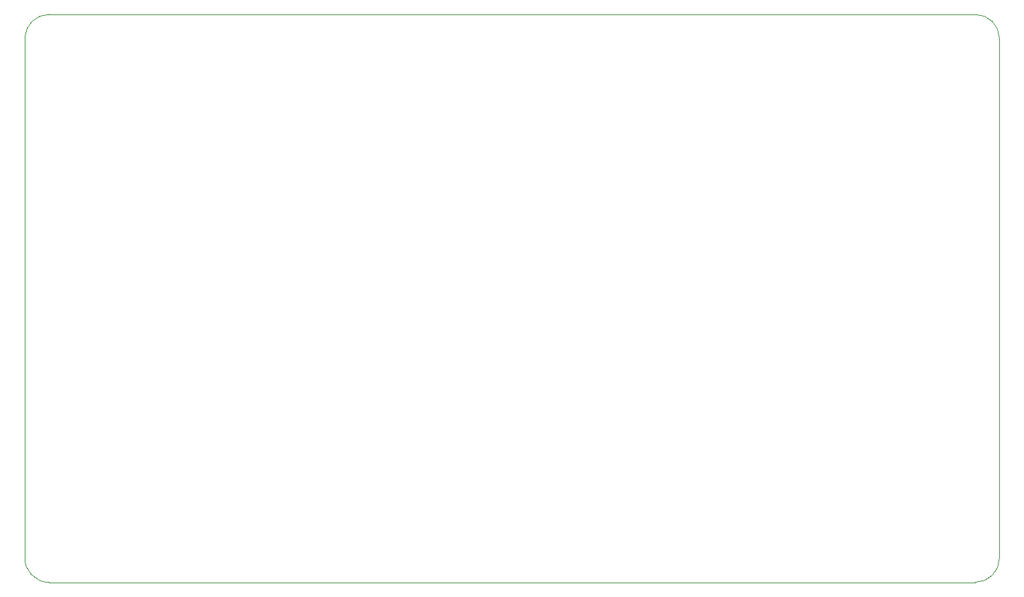
<source format=gbr>
%TF.GenerationSoftware,KiCad,Pcbnew,9.0.1*%
%TF.CreationDate,2025-04-11T18:30:47-04:00*%
%TF.ProjectId,ground_station,67726f75-6e64-45f7-9374-6174696f6e2e,rev?*%
%TF.SameCoordinates,Original*%
%TF.FileFunction,Profile,NP*%
%FSLAX46Y46*%
G04 Gerber Fmt 4.6, Leading zero omitted, Abs format (unit mm)*
G04 Created by KiCad (PCBNEW 9.0.1) date 2025-04-11 18:30:47*
%MOMM*%
%LPD*%
G01*
G04 APERTURE LIST*
%TA.AperFunction,Profile*%
%ADD10C,0.100000*%
%TD*%
G04 APERTURE END LIST*
D10*
X79205307Y-56621636D02*
G75*
G02*
X82200000Y-53800000I2994693J-178364D01*
G01*
X196200000Y-53800000D02*
G75*
G02*
X199200000Y-56800000I0J-3000000D01*
G01*
X82200000Y-123800000D02*
G75*
G02*
X79205307Y-120621636I0J3000000D01*
G01*
X199200000Y-120800000D02*
G75*
G02*
X196200000Y-123800000I-3000000J0D01*
G01*
X79200000Y-120621320D02*
X79200000Y-56621320D01*
X100200000Y-123800000D02*
X82200000Y-123800000D01*
X196200000Y-53800000D02*
X100200000Y-53800000D01*
X100200000Y-53800000D02*
X82200000Y-53800000D01*
X196200000Y-123800000D02*
X100200000Y-123800000D01*
X199200000Y-56800000D02*
X199200000Y-120800000D01*
M02*

</source>
